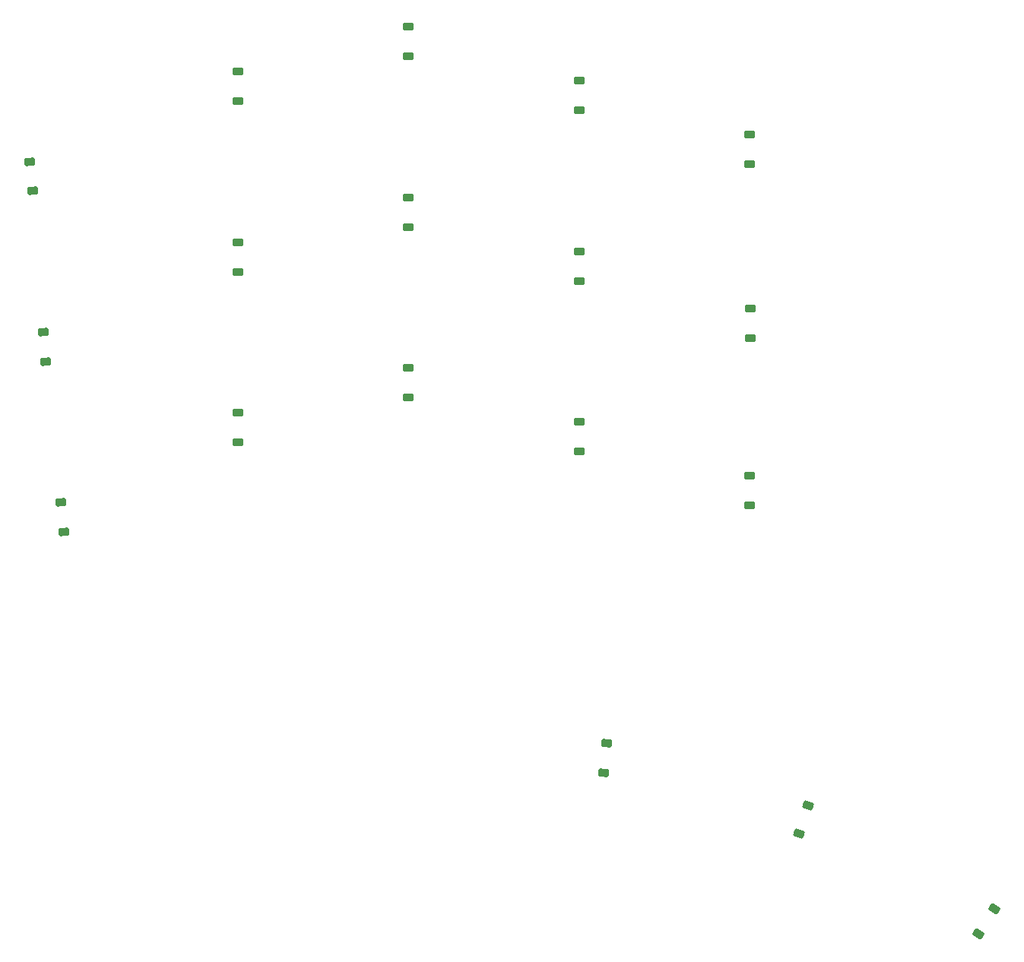
<source format=gbr>
%TF.GenerationSoftware,KiCad,Pcbnew,7.0.7*%
%TF.CreationDate,2023-09-27T07:47:07-06:00*%
%TF.ProjectId,keyboard - left,6b657962-6f61-4726-9420-2d206c656674,rev?*%
%TF.SameCoordinates,Original*%
%TF.FileFunction,Paste,Top*%
%TF.FilePolarity,Positive*%
%FSLAX46Y46*%
G04 Gerber Fmt 4.6, Leading zero omitted, Abs format (unit mm)*
G04 Created by KiCad (PCBNEW 7.0.7) date 2023-09-27 07:47:07*
%MOMM*%
%LPD*%
G01*
G04 APERTURE LIST*
G04 Aperture macros list*
%AMRoundRect*
0 Rectangle with rounded corners*
0 $1 Rounding radius*
0 $2 $3 $4 $5 $6 $7 $8 $9 X,Y pos of 4 corners*
0 Add a 4 corners polygon primitive as box body*
4,1,4,$2,$3,$4,$5,$6,$7,$8,$9,$2,$3,0*
0 Add four circle primitives for the rounded corners*
1,1,$1+$1,$2,$3*
1,1,$1+$1,$4,$5*
1,1,$1+$1,$6,$7*
1,1,$1+$1,$8,$9*
0 Add four rect primitives between the rounded corners*
20,1,$1+$1,$2,$3,$4,$5,0*
20,1,$1+$1,$4,$5,$6,$7,0*
20,1,$1+$1,$6,$7,$8,$9,0*
20,1,$1+$1,$8,$9,$2,$3,0*%
G04 Aperture macros list end*
%ADD10RoundRect,0.225000X0.375000X-0.225000X0.375000X0.225000X-0.375000X0.225000X-0.375000X-0.225000X0*%
%ADD11RoundRect,0.225000X0.393183X-0.191460X0.353963X0.256827X-0.393183X0.191460X-0.353963X-0.256827X0*%
%ADD12RoundRect,0.225000X0.349427X-0.262966X0.396465X0.184569X-0.349427X0.262966X-0.396465X-0.184569X0*%
%ADD13RoundRect,0.225000X0.281317X-0.334830X0.427822X0.090654X-0.281317X0.334830X-0.427822X-0.090654X0*%
%ADD14RoundRect,0.225000X0.198786X-0.389531X0.437250X-0.007909X-0.198786X0.389531X-0.437250X0.007909X0*%
G04 APERTURE END LIST*
D10*
%TO.C,D14*%
X88900000Y-97253631D03*
X88900000Y-93953631D03*
%TD*%
%TO.C,D4*%
X88900000Y-59253631D03*
X88900000Y-55953631D03*
%TD*%
D11*
%TO.C,D6*%
X29526764Y-87221459D03*
X29239150Y-83934017D03*
%TD*%
D12*
%TO.C,D16*%
X91681177Y-133075024D03*
X92026121Y-129793102D03*
%TD*%
D10*
%TO.C,D7*%
X50900000Y-77253631D03*
X50900000Y-73953631D03*
%TD*%
%TO.C,D13*%
X69900000Y-91253631D03*
X69900000Y-87953631D03*
%TD*%
D11*
%TO.C,D1*%
X28043807Y-68243721D03*
X27756193Y-64956279D03*
%TD*%
D13*
%TO.C,D17*%
X113373789Y-139835406D03*
X114448163Y-136715194D03*
%TD*%
D10*
%TO.C,D5*%
X107900000Y-65250000D03*
X107900000Y-61950000D03*
%TD*%
%TO.C,D15*%
X107900000Y-103253631D03*
X107900000Y-99953631D03*
%TD*%
%TO.C,D10*%
X108000000Y-84650000D03*
X108000000Y-81350000D03*
%TD*%
%TO.C,D12*%
X50900000Y-96250000D03*
X50900000Y-92950000D03*
%TD*%
%TO.C,D8*%
X69900000Y-72253631D03*
X69900000Y-68953631D03*
%TD*%
%TO.C,D2*%
X50900000Y-58250000D03*
X50900000Y-54950000D03*
%TD*%
%TO.C,D9*%
X88900000Y-78253631D03*
X88900000Y-74953631D03*
%TD*%
D14*
%TO.C,D18*%
X133385994Y-150973673D03*
X135134728Y-148175115D03*
%TD*%
D11*
%TO.C,D11*%
X31523100Y-106179579D03*
X31235486Y-102892137D03*
%TD*%
D10*
%TO.C,D3*%
X69900000Y-53253631D03*
X69900000Y-49953631D03*
%TD*%
M02*

</source>
